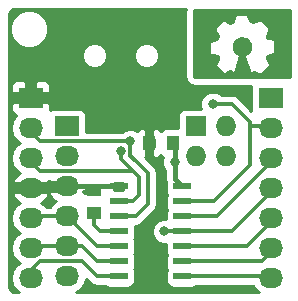
<source format=gbl>
G04 #@! TF.FileFunction,Copper,L2,Bot,Signal*
%FSLAX46Y46*%
G04 Gerber Fmt 4.6, Leading zero omitted, Abs format (unit mm)*
G04 Created by KiCad (PCBNEW (2015-10-02 BZR 6238, Git 845638f)-product) date 05/10/2015 16:09:44*
%MOMM*%
G01*
G04 APERTURE LIST*
%ADD10C,0.100000*%
%ADD11C,0.381000*%
%ADD12R,1.250000X1.000000*%
%ADD13R,1.727200X1.727200*%
%ADD14O,1.727200X1.727200*%
%ADD15R,2.032000X1.727200*%
%ADD16O,2.032000X1.727200*%
%ADD17R,1.500000X0.600000*%
%ADD18R,1.000000X1.250000*%
%ADD19C,0.812800*%
%ADD20C,0.304800*%
%ADD21C,0.250000*%
%ADD22C,0.254000*%
G04 APERTURE END LIST*
D10*
D11*
X103187000Y-72057000D02*
X103187000Y-77557000D01*
X99187000Y-75656440D02*
X99786440Y-77256640D01*
X99087940Y-75758040D02*
X98686620Y-77256640D01*
X99585780Y-75356720D02*
X98788220Y-75356720D01*
X98587560Y-75057000D02*
X99585780Y-75057000D01*
X99585780Y-74757280D02*
X98788220Y-74757280D01*
X103187500Y-77256640D02*
X101185980Y-77256640D01*
X101488240Y-76956920D02*
X103085900Y-76956920D01*
X103187500Y-76657200D02*
X101686360Y-76657200D01*
X101587300Y-76357480D02*
X103187500Y-76357480D01*
X103085900Y-76057760D02*
X101686360Y-76057760D01*
X101986080Y-75758040D02*
X103085900Y-75758040D01*
X103187500Y-75455780D02*
X102186740Y-75455780D01*
X102186740Y-75156060D02*
X103187500Y-75156060D01*
X103085900Y-74856340D02*
X102186740Y-74856340D01*
X102087680Y-74556620D02*
X103085900Y-74556620D01*
X103187500Y-74256900D02*
X101686360Y-74256900D01*
X101587300Y-73957180D02*
X103085900Y-73957180D01*
X103187500Y-73858120D02*
X101787960Y-73858120D01*
X101686360Y-73555860D02*
X103085900Y-73555860D01*
X103085900Y-73256140D02*
X101686360Y-73256140D01*
X101185980Y-72956420D02*
X102986840Y-72956420D01*
X103085900Y-72656700D02*
X100086160Y-72656700D01*
X99888040Y-72356980D02*
X103085900Y-72356980D01*
X98386900Y-72356980D02*
X95288100Y-72356980D01*
X95186500Y-72557640D02*
X98287840Y-72557640D01*
X97188020Y-72857360D02*
X95288100Y-72857360D01*
X95186500Y-73058020D02*
X96885760Y-73058020D01*
X96687640Y-73357740D02*
X95288100Y-73357740D01*
X95288100Y-73657460D02*
X96586040Y-73657460D01*
X96885760Y-73957180D02*
X95186500Y-73957180D01*
X95186500Y-74256900D02*
X96786700Y-74256900D01*
X96286320Y-74556620D02*
X95186500Y-74556620D01*
X95186500Y-74856340D02*
X96187260Y-74856340D01*
X96286320Y-75156060D02*
X95186500Y-75156060D01*
X95186500Y-75455780D02*
X96286320Y-75455780D01*
X96387920Y-75758040D02*
X95288100Y-75758040D01*
X95186500Y-76057760D02*
X96885760Y-76057760D01*
X96786700Y-76357480D02*
X95288100Y-76357480D01*
X96786700Y-76657200D02*
X95387160Y-76657200D01*
X95288100Y-76956920D02*
X96786700Y-76956920D01*
X97086420Y-77256640D02*
X95387160Y-77256640D01*
X99187000Y-76657200D02*
X98986340Y-77358240D01*
X99187000Y-76558140D02*
X99387660Y-77358240D01*
X103187500Y-77556360D02*
X95186500Y-77556360D01*
X99166680Y-75737720D02*
X99197160Y-76027280D01*
X99197160Y-76027280D02*
X98628200Y-77396340D01*
X98628200Y-77396340D02*
X98186240Y-77246480D01*
X98186240Y-77246480D02*
X98148140Y-77198220D01*
X98148140Y-77198220D02*
X97756980Y-77467460D01*
X97767140Y-77426820D02*
X97566480Y-77396340D01*
X97556320Y-77436980D02*
X96878140Y-76796900D01*
X96878140Y-76796900D02*
X96786700Y-76565760D01*
X96786700Y-76565760D02*
X97055940Y-76088240D01*
X97055940Y-76088240D02*
X97028000Y-75935840D01*
X97028000Y-75935840D02*
X96347280Y-75747880D01*
X96347280Y-75747880D02*
X96286320Y-74566780D01*
X96286320Y-74566780D02*
X96956880Y-74317860D01*
X96956880Y-74317860D02*
X97028000Y-74117200D01*
X97028000Y-74117200D02*
X96756220Y-73586340D01*
X96756220Y-73586340D02*
X96878140Y-73276460D01*
X96878140Y-73276460D02*
X97518220Y-72666860D01*
X97518220Y-72666860D02*
X97726500Y-72656700D01*
X97726500Y-72656700D02*
X98148140Y-72915780D01*
X98148140Y-72915780D02*
X98325940Y-72837040D01*
X98325940Y-72837040D02*
X98546920Y-72278240D01*
X98546920Y-72278240D02*
X98567240Y-72207120D01*
X98567240Y-72207120D02*
X99738180Y-72186800D01*
X99728020Y-72146160D02*
X99976940Y-72816720D01*
X99976940Y-72816720D02*
X100096320Y-72887840D01*
X100096320Y-72887840D02*
X100797360Y-72588120D01*
X100797360Y-72588120D02*
X101648260Y-73487280D01*
X101648260Y-73487280D02*
X101376480Y-74117200D01*
X101376480Y-74117200D02*
X101417120Y-74246740D01*
X101417120Y-74246740D02*
X101937820Y-74328020D01*
X101937820Y-74328020D02*
X102087680Y-74386440D01*
X102087680Y-74386440D02*
X102057200Y-75646280D01*
X102057200Y-75646280D02*
X101417120Y-75877420D01*
X101417120Y-75877420D02*
X101386640Y-75976480D01*
X101386640Y-75976480D02*
X101686360Y-76586080D01*
X101686360Y-76586080D02*
X100865940Y-77426820D01*
X100865940Y-77426820D02*
X100756720Y-77518260D01*
X100756720Y-77518260D02*
X100167440Y-77226160D01*
X100167440Y-77226160D02*
X99905820Y-77365860D01*
X99905820Y-77365860D02*
X99677220Y-77365860D01*
X99677220Y-77365860D02*
X99136200Y-75857100D01*
X99136200Y-75857100D02*
X99377500Y-75547220D01*
X99377500Y-75547220D02*
X99456240Y-75557380D01*
X99456240Y-75557380D02*
X99667060Y-75417680D01*
X99667060Y-75417680D02*
X99806760Y-75217020D01*
X99806760Y-75217020D02*
X99766120Y-74777600D01*
X99766120Y-74777600D02*
X99486720Y-74488040D01*
X99486720Y-74488040D02*
X99126040Y-74416920D01*
X99126040Y-74416920D02*
X98788220Y-74536300D01*
X98788220Y-74536300D02*
X98557080Y-74836020D01*
X98557080Y-74836020D02*
X98567240Y-75237340D01*
X98567240Y-75237340D02*
X98676460Y-75427840D01*
X98676460Y-75427840D02*
X99187000Y-75737720D01*
X103187500Y-72057260D02*
X95186500Y-72057260D01*
X95186500Y-72057260D02*
X95186500Y-77557000D01*
D12*
X86614000Y-89138000D03*
X86614000Y-87138000D03*
D13*
X95250000Y-81788000D03*
D14*
X97790000Y-81788000D03*
X95250000Y-84328000D03*
X97790000Y-84328000D03*
D15*
X101600000Y-79375000D03*
D16*
X101600000Y-81915000D03*
X101600000Y-84455000D03*
X101600000Y-86995000D03*
X101600000Y-89535000D03*
X101600000Y-92075000D03*
X101600000Y-94615000D03*
D15*
X81280000Y-79375000D03*
D16*
X81280000Y-81915000D03*
X81280000Y-84455000D03*
X81280000Y-86995000D03*
X81280000Y-89535000D03*
X81280000Y-92075000D03*
X81280000Y-94615000D03*
D17*
X94140000Y-86868000D03*
X94140000Y-88138000D03*
X94140000Y-89408000D03*
X94140000Y-90678000D03*
X94140000Y-91948000D03*
X94140000Y-93218000D03*
X94140000Y-94488000D03*
X88740000Y-94488000D03*
X88740000Y-93218000D03*
X88740000Y-91948000D03*
X88740000Y-90678000D03*
X88740000Y-89408000D03*
X88740000Y-88138000D03*
X88740000Y-86868000D03*
D15*
X84328000Y-81788000D03*
D16*
X84328000Y-84328000D03*
X84328000Y-86868000D03*
X84328000Y-89408000D03*
X84328000Y-91948000D03*
X84328000Y-94488000D03*
D18*
X93329000Y-83185000D03*
X91329000Y-83185000D03*
D19*
X92329000Y-89027000D03*
X91186000Y-92837000D03*
X89725500Y-83058000D03*
X88900000Y-83883500D03*
X93472000Y-84836000D03*
X92583000Y-90678000D03*
X96710500Y-79883000D03*
D20*
X92329000Y-89027000D02*
X91186000Y-90170000D01*
X91186000Y-90170000D02*
X91186000Y-92837000D01*
D21*
X86614000Y-87138000D02*
X86884000Y-86868000D01*
D20*
X86884000Y-86868000D02*
X88740000Y-86868000D01*
D11*
X88740000Y-86868000D02*
X84328000Y-86868000D01*
D21*
X80772000Y-86868000D02*
X84328000Y-86868000D01*
D20*
X86614000Y-89138000D02*
X86614000Y-90170000D01*
X87122000Y-90678000D02*
X88740000Y-90678000D01*
X86614000Y-90170000D02*
X87122000Y-90678000D01*
X89725500Y-84264500D02*
X89725500Y-83058000D01*
X89725500Y-83058000D02*
X89535000Y-83058000D01*
X80772000Y-81788000D02*
X82042000Y-83058000D01*
X82042000Y-83058000D02*
X85725000Y-83058000D01*
X89535000Y-83058000D02*
X85725000Y-83058000D01*
X91186000Y-88392000D02*
X91186000Y-85725000D01*
X91186000Y-85725000D02*
X90170000Y-84709000D01*
X90170000Y-89408000D02*
X88740000Y-89408000D01*
X90170000Y-89408000D02*
X91186000Y-88392000D01*
X89725500Y-84264500D02*
X90170000Y-84709000D01*
X88201500Y-85598000D02*
X89916000Y-85598000D01*
X89916000Y-85598000D02*
X88900000Y-84582000D01*
X88900000Y-84582000D02*
X88900000Y-83883500D01*
X89916000Y-88138000D02*
X90424000Y-87630000D01*
X90424000Y-87630000D02*
X90424000Y-86106000D01*
X90424000Y-86106000D02*
X89916000Y-85598000D01*
X88740000Y-88138000D02*
X89916000Y-88138000D01*
X82042000Y-85598000D02*
X87630000Y-85598000D01*
X88265000Y-85598000D02*
X88201500Y-85598000D01*
X88201500Y-85598000D02*
X87630000Y-85598000D01*
X82042000Y-85598000D02*
X80772000Y-84328000D01*
D11*
X93472000Y-84836000D02*
X93472000Y-83709000D01*
D20*
X93472000Y-83709000D02*
X93329000Y-83185000D01*
D11*
X94140000Y-86868000D02*
X93472000Y-86200000D01*
X93472000Y-86200000D02*
X93472000Y-84836000D01*
D20*
X93980000Y-86708000D02*
X94140000Y-86868000D01*
X87376000Y-91948000D02*
X86868000Y-91948000D01*
X88740000Y-91948000D02*
X87376000Y-91948000D01*
X86868000Y-91948000D02*
X84328000Y-89408000D01*
X84328000Y-89408000D02*
X84582000Y-89408000D01*
X80772000Y-89408000D02*
X84328000Y-89408000D01*
X88740000Y-93218000D02*
X86868000Y-93218000D01*
X85598000Y-91948000D02*
X84328000Y-91948000D01*
X86868000Y-93218000D02*
X85598000Y-91948000D01*
X80772000Y-91948000D02*
X84328000Y-91948000D01*
X94140000Y-89408000D02*
X97028000Y-89408000D01*
X97028000Y-89408000D02*
X102108000Y-84328000D01*
X92583000Y-90678000D02*
X94140000Y-90678000D01*
X94140000Y-90678000D02*
X98298000Y-90678000D01*
X98298000Y-90678000D02*
X102108000Y-86868000D01*
X94140000Y-91948000D02*
X99568000Y-91948000D01*
X99568000Y-91948000D02*
X102108000Y-89408000D01*
X94140000Y-93218000D02*
X100838000Y-93218000D01*
X100838000Y-93218000D02*
X102108000Y-91948000D01*
X94140000Y-94488000D02*
X102108000Y-94488000D01*
X88740000Y-94488000D02*
X86868000Y-94488000D01*
X82042000Y-93218000D02*
X80772000Y-94488000D01*
X85598000Y-93218000D02*
X82042000Y-93218000D01*
X86868000Y-94488000D02*
X85598000Y-93218000D01*
X99822000Y-81788000D02*
X100584000Y-81788000D01*
X100584000Y-81788000D02*
X102108000Y-81788000D01*
X99822000Y-82550000D02*
X99822000Y-81788000D01*
X99822000Y-81788000D02*
X99822000Y-81407000D01*
X99822000Y-81407000D02*
X98298000Y-79883000D01*
X98298000Y-79883000D02*
X96710500Y-79883000D01*
X94140000Y-88138000D02*
X96774000Y-88138000D01*
X96774000Y-88138000D02*
X99822000Y-85090000D01*
X99822000Y-85090000D02*
X99822000Y-82550000D01*
D22*
G36*
X94361000Y-72057260D02*
X94361000Y-77557000D01*
X94423837Y-77872905D01*
X94602783Y-78140717D01*
X94870595Y-78319663D01*
X95186500Y-78382500D01*
X95189718Y-78381860D01*
X99962793Y-78381860D01*
X99936560Y-78511400D01*
X99936560Y-80238600D01*
X99975824Y-80447272D01*
X98854776Y-79326224D01*
X98599325Y-79155537D01*
X98298000Y-79095600D01*
X97395952Y-79095600D01*
X97301176Y-79000659D01*
X96918556Y-78841781D01*
X96504262Y-78841420D01*
X96121365Y-78999629D01*
X95828159Y-79292324D01*
X95669281Y-79674944D01*
X95668920Y-80089238D01*
X95746485Y-80276960D01*
X94386400Y-80276960D01*
X94151083Y-80321238D01*
X93934959Y-80460310D01*
X93789969Y-80672510D01*
X93738960Y-80924400D01*
X93738960Y-81912560D01*
X92829000Y-81912560D01*
X92593683Y-81956838D01*
X92377559Y-82095910D01*
X92331031Y-82164006D01*
X92188698Y-82021673D01*
X91955309Y-81925000D01*
X91737750Y-81925000D01*
X91579000Y-82083750D01*
X91579000Y-82872500D01*
X91730000Y-82872500D01*
X91730000Y-83497500D01*
X91579000Y-83497500D01*
X91579000Y-84286250D01*
X91737750Y-84445000D01*
X91955309Y-84445000D01*
X92188698Y-84348327D01*
X92329936Y-84207090D01*
X92364910Y-84261441D01*
X92534773Y-84377503D01*
X92430781Y-84627944D01*
X92430420Y-85042238D01*
X92588629Y-85425135D01*
X92646500Y-85483107D01*
X92646500Y-86200000D01*
X92709337Y-86515906D01*
X92742929Y-86566179D01*
X92742560Y-86568000D01*
X92742560Y-87168000D01*
X92786838Y-87403317D01*
X92850678Y-87502528D01*
X92793569Y-87586110D01*
X92742560Y-87838000D01*
X92742560Y-88438000D01*
X92786838Y-88673317D01*
X92850678Y-88772528D01*
X92793569Y-88856110D01*
X92742560Y-89108000D01*
X92742560Y-89636739D01*
X92376762Y-89636420D01*
X91993865Y-89794629D01*
X91700659Y-90087324D01*
X91541781Y-90469944D01*
X91541420Y-90884238D01*
X91699629Y-91267135D01*
X91992324Y-91560341D01*
X92374944Y-91719219D01*
X92742560Y-91719539D01*
X92742560Y-92248000D01*
X92786838Y-92483317D01*
X92850678Y-92582528D01*
X92793569Y-92666110D01*
X92742560Y-92918000D01*
X92742560Y-93518000D01*
X92786838Y-93753317D01*
X92850678Y-93852528D01*
X92793569Y-93936110D01*
X92742560Y-94188000D01*
X92742560Y-94788000D01*
X92786838Y-95023317D01*
X92925910Y-95239441D01*
X93138110Y-95384431D01*
X93390000Y-95435440D01*
X94890000Y-95435440D01*
X95125317Y-95391162D01*
X95305216Y-95275400D01*
X100088801Y-95275400D01*
X100355585Y-95674670D01*
X100595536Y-95835000D01*
X85142396Y-95835000D01*
X85572415Y-95547670D01*
X85897271Y-95061489D01*
X85968723Y-94702275D01*
X86311224Y-95044776D01*
X86566675Y-95215463D01*
X86868000Y-95275400D01*
X87578538Y-95275400D01*
X87738110Y-95384431D01*
X87990000Y-95435440D01*
X89490000Y-95435440D01*
X89725317Y-95391162D01*
X89941441Y-95252090D01*
X90086431Y-95039890D01*
X90137440Y-94788000D01*
X90137440Y-94188000D01*
X90093162Y-93952683D01*
X90029322Y-93853472D01*
X90086431Y-93769890D01*
X90137440Y-93518000D01*
X90137440Y-92918000D01*
X90093162Y-92682683D01*
X90029322Y-92583472D01*
X90086431Y-92499890D01*
X90137440Y-92248000D01*
X90137440Y-91648000D01*
X90093162Y-91412683D01*
X90029322Y-91313472D01*
X90086431Y-91229890D01*
X90137440Y-90978000D01*
X90137440Y-90378000D01*
X90103081Y-90195400D01*
X90170000Y-90195400D01*
X90471325Y-90135463D01*
X90726776Y-89964776D01*
X91742776Y-88948776D01*
X91913463Y-88693325D01*
X91973400Y-88392000D01*
X91973400Y-85725000D01*
X91913463Y-85423675D01*
X91742776Y-85168224D01*
X90969901Y-84395349D01*
X91079000Y-84286250D01*
X91079000Y-83497500D01*
X90928000Y-83497500D01*
X90928000Y-82872500D01*
X91079000Y-82872500D01*
X91079000Y-82083750D01*
X90920250Y-81925000D01*
X90702691Y-81925000D01*
X90469302Y-82021673D01*
X90315568Y-82175406D01*
X89933556Y-82016781D01*
X89519262Y-82016420D01*
X89136365Y-82174629D01*
X89040226Y-82270600D01*
X85991440Y-82270600D01*
X85991440Y-80924400D01*
X85947162Y-80689083D01*
X85808090Y-80472959D01*
X85595890Y-80327969D01*
X85344000Y-80276960D01*
X83312000Y-80276960D01*
X83076683Y-80321238D01*
X82902722Y-80433179D01*
X82931000Y-80364910D01*
X82931000Y-79914750D01*
X82772250Y-79756000D01*
X81661000Y-79756000D01*
X81661000Y-79776000D01*
X80899000Y-79776000D01*
X80899000Y-79756000D01*
X79787750Y-79756000D01*
X79629000Y-79914750D01*
X79629000Y-80364910D01*
X79725673Y-80598299D01*
X79904302Y-80776927D01*
X80057780Y-80840500D01*
X80035585Y-80855330D01*
X79710729Y-81341511D01*
X79596655Y-81915000D01*
X79710729Y-82488489D01*
X80035585Y-82974670D01*
X80350366Y-83185000D01*
X80035585Y-83395330D01*
X79710729Y-83881511D01*
X79596655Y-84455000D01*
X79710729Y-85028489D01*
X80035585Y-85514670D01*
X80377750Y-85743297D01*
X80164995Y-85861684D01*
X79804568Y-86316326D01*
X79755687Y-86391961D01*
X79843062Y-86614000D01*
X80899000Y-86614000D01*
X80899000Y-86594000D01*
X81661000Y-86594000D01*
X81661000Y-86614000D01*
X82716938Y-86614000D01*
X82804313Y-86391961D01*
X82800073Y-86385400D01*
X82851081Y-86385400D01*
X82891062Y-86487000D01*
X83947000Y-86487000D01*
X83947000Y-86467000D01*
X84709000Y-86467000D01*
X84709000Y-86487000D01*
X84729000Y-86487000D01*
X84729000Y-87249000D01*
X84709000Y-87249000D01*
X84709000Y-87269000D01*
X83947000Y-87269000D01*
X83947000Y-87249000D01*
X82891062Y-87249000D01*
X82803687Y-87471039D01*
X82852568Y-87546674D01*
X83212995Y-88001316D01*
X83425750Y-88119703D01*
X83083585Y-88348330D01*
X82901660Y-88620600D01*
X82621481Y-88620600D01*
X82524415Y-88475330D01*
X82182250Y-88246703D01*
X82395005Y-88128316D01*
X82755432Y-87673674D01*
X82804313Y-87598039D01*
X82716938Y-87376000D01*
X81661000Y-87376000D01*
X81661000Y-87396000D01*
X80899000Y-87396000D01*
X80899000Y-87376000D01*
X79843062Y-87376000D01*
X79755687Y-87598039D01*
X79804568Y-87673674D01*
X80164995Y-88128316D01*
X80377750Y-88246703D01*
X80035585Y-88475330D01*
X79710729Y-88961511D01*
X79596655Y-89535000D01*
X79710729Y-90108489D01*
X80035585Y-90594670D01*
X80350366Y-90805000D01*
X80035585Y-91015330D01*
X79710729Y-91501511D01*
X79596655Y-92075000D01*
X79710729Y-92648489D01*
X80035585Y-93134670D01*
X80350366Y-93345000D01*
X80035585Y-93555330D01*
X79710729Y-94041511D01*
X79596655Y-94615000D01*
X79710729Y-95188489D01*
X80035585Y-95674670D01*
X80275536Y-95835000D01*
X80077466Y-95835000D01*
X79791265Y-95778071D01*
X79605832Y-95654168D01*
X79481929Y-95468735D01*
X79425000Y-95182533D01*
X79425000Y-78385090D01*
X79629000Y-78385090D01*
X79629000Y-78835250D01*
X79787750Y-78994000D01*
X80899000Y-78994000D01*
X80899000Y-78035150D01*
X81661000Y-78035150D01*
X81661000Y-78994000D01*
X82772250Y-78994000D01*
X82931000Y-78835250D01*
X82931000Y-78385090D01*
X82834327Y-78151701D01*
X82655698Y-77973073D01*
X82422309Y-77876400D01*
X81819750Y-77876400D01*
X81661000Y-78035150D01*
X80899000Y-78035150D01*
X80740250Y-77876400D01*
X80137691Y-77876400D01*
X79904302Y-77973073D01*
X79725673Y-78151701D01*
X79629000Y-78385090D01*
X79425000Y-78385090D01*
X79425000Y-75995690D01*
X85615592Y-75995690D01*
X85780362Y-76394463D01*
X86085193Y-76699826D01*
X86483677Y-76865291D01*
X86915150Y-76865668D01*
X87313923Y-76700898D01*
X87619286Y-76396067D01*
X87784751Y-75997583D01*
X87784752Y-75995690D01*
X90014872Y-75995690D01*
X90179642Y-76394463D01*
X90484473Y-76699826D01*
X90882957Y-76865291D01*
X91314430Y-76865668D01*
X91713203Y-76700898D01*
X92018566Y-76396067D01*
X92184031Y-75997583D01*
X92184408Y-75566110D01*
X92019638Y-75167337D01*
X91714807Y-74861974D01*
X91316323Y-74696509D01*
X90884850Y-74696132D01*
X90486077Y-74860902D01*
X90180714Y-75165733D01*
X90015249Y-75564217D01*
X90014872Y-75995690D01*
X87784752Y-75995690D01*
X87785128Y-75566110D01*
X87620358Y-75167337D01*
X87315527Y-74861974D01*
X86917043Y-74696509D01*
X86485570Y-74696132D01*
X86086797Y-74860902D01*
X85781434Y-75165733D01*
X85615969Y-75564217D01*
X85615592Y-75995690D01*
X79425000Y-75995690D01*
X79425000Y-73856795D01*
X79517716Y-73856795D01*
X79766106Y-74457943D01*
X80225637Y-74918278D01*
X80826352Y-75167716D01*
X81476795Y-75168284D01*
X82077943Y-74919894D01*
X82538278Y-74460363D01*
X82787716Y-73859648D01*
X82788284Y-73209205D01*
X82539894Y-72608057D01*
X82080363Y-72147722D01*
X81479648Y-71898284D01*
X80829205Y-71897716D01*
X80228057Y-72146106D01*
X79767722Y-72605637D01*
X79518284Y-73206352D01*
X79517716Y-73856795D01*
X79425000Y-73856795D01*
X79425000Y-72457467D01*
X79481929Y-72171265D01*
X79605832Y-71985832D01*
X79791265Y-71861929D01*
X80077466Y-71805000D01*
X94411177Y-71805000D01*
X94361000Y-72057260D01*
X94361000Y-72057260D01*
G37*
X94361000Y-72057260D02*
X94361000Y-77557000D01*
X94423837Y-77872905D01*
X94602783Y-78140717D01*
X94870595Y-78319663D01*
X95186500Y-78382500D01*
X95189718Y-78381860D01*
X99962793Y-78381860D01*
X99936560Y-78511400D01*
X99936560Y-80238600D01*
X99975824Y-80447272D01*
X98854776Y-79326224D01*
X98599325Y-79155537D01*
X98298000Y-79095600D01*
X97395952Y-79095600D01*
X97301176Y-79000659D01*
X96918556Y-78841781D01*
X96504262Y-78841420D01*
X96121365Y-78999629D01*
X95828159Y-79292324D01*
X95669281Y-79674944D01*
X95668920Y-80089238D01*
X95746485Y-80276960D01*
X94386400Y-80276960D01*
X94151083Y-80321238D01*
X93934959Y-80460310D01*
X93789969Y-80672510D01*
X93738960Y-80924400D01*
X93738960Y-81912560D01*
X92829000Y-81912560D01*
X92593683Y-81956838D01*
X92377559Y-82095910D01*
X92331031Y-82164006D01*
X92188698Y-82021673D01*
X91955309Y-81925000D01*
X91737750Y-81925000D01*
X91579000Y-82083750D01*
X91579000Y-82872500D01*
X91730000Y-82872500D01*
X91730000Y-83497500D01*
X91579000Y-83497500D01*
X91579000Y-84286250D01*
X91737750Y-84445000D01*
X91955309Y-84445000D01*
X92188698Y-84348327D01*
X92329936Y-84207090D01*
X92364910Y-84261441D01*
X92534773Y-84377503D01*
X92430781Y-84627944D01*
X92430420Y-85042238D01*
X92588629Y-85425135D01*
X92646500Y-85483107D01*
X92646500Y-86200000D01*
X92709337Y-86515906D01*
X92742929Y-86566179D01*
X92742560Y-86568000D01*
X92742560Y-87168000D01*
X92786838Y-87403317D01*
X92850678Y-87502528D01*
X92793569Y-87586110D01*
X92742560Y-87838000D01*
X92742560Y-88438000D01*
X92786838Y-88673317D01*
X92850678Y-88772528D01*
X92793569Y-88856110D01*
X92742560Y-89108000D01*
X92742560Y-89636739D01*
X92376762Y-89636420D01*
X91993865Y-89794629D01*
X91700659Y-90087324D01*
X91541781Y-90469944D01*
X91541420Y-90884238D01*
X91699629Y-91267135D01*
X91992324Y-91560341D01*
X92374944Y-91719219D01*
X92742560Y-91719539D01*
X92742560Y-92248000D01*
X92786838Y-92483317D01*
X92850678Y-92582528D01*
X92793569Y-92666110D01*
X92742560Y-92918000D01*
X92742560Y-93518000D01*
X92786838Y-93753317D01*
X92850678Y-93852528D01*
X92793569Y-93936110D01*
X92742560Y-94188000D01*
X92742560Y-94788000D01*
X92786838Y-95023317D01*
X92925910Y-95239441D01*
X93138110Y-95384431D01*
X93390000Y-95435440D01*
X94890000Y-95435440D01*
X95125317Y-95391162D01*
X95305216Y-95275400D01*
X100088801Y-95275400D01*
X100355585Y-95674670D01*
X100595536Y-95835000D01*
X85142396Y-95835000D01*
X85572415Y-95547670D01*
X85897271Y-95061489D01*
X85968723Y-94702275D01*
X86311224Y-95044776D01*
X86566675Y-95215463D01*
X86868000Y-95275400D01*
X87578538Y-95275400D01*
X87738110Y-95384431D01*
X87990000Y-95435440D01*
X89490000Y-95435440D01*
X89725317Y-95391162D01*
X89941441Y-95252090D01*
X90086431Y-95039890D01*
X90137440Y-94788000D01*
X90137440Y-94188000D01*
X90093162Y-93952683D01*
X90029322Y-93853472D01*
X90086431Y-93769890D01*
X90137440Y-93518000D01*
X90137440Y-92918000D01*
X90093162Y-92682683D01*
X90029322Y-92583472D01*
X90086431Y-92499890D01*
X90137440Y-92248000D01*
X90137440Y-91648000D01*
X90093162Y-91412683D01*
X90029322Y-91313472D01*
X90086431Y-91229890D01*
X90137440Y-90978000D01*
X90137440Y-90378000D01*
X90103081Y-90195400D01*
X90170000Y-90195400D01*
X90471325Y-90135463D01*
X90726776Y-89964776D01*
X91742776Y-88948776D01*
X91913463Y-88693325D01*
X91973400Y-88392000D01*
X91973400Y-85725000D01*
X91913463Y-85423675D01*
X91742776Y-85168224D01*
X90969901Y-84395349D01*
X91079000Y-84286250D01*
X91079000Y-83497500D01*
X90928000Y-83497500D01*
X90928000Y-82872500D01*
X91079000Y-82872500D01*
X91079000Y-82083750D01*
X90920250Y-81925000D01*
X90702691Y-81925000D01*
X90469302Y-82021673D01*
X90315568Y-82175406D01*
X89933556Y-82016781D01*
X89519262Y-82016420D01*
X89136365Y-82174629D01*
X89040226Y-82270600D01*
X85991440Y-82270600D01*
X85991440Y-80924400D01*
X85947162Y-80689083D01*
X85808090Y-80472959D01*
X85595890Y-80327969D01*
X85344000Y-80276960D01*
X83312000Y-80276960D01*
X83076683Y-80321238D01*
X82902722Y-80433179D01*
X82931000Y-80364910D01*
X82931000Y-79914750D01*
X82772250Y-79756000D01*
X81661000Y-79756000D01*
X81661000Y-79776000D01*
X80899000Y-79776000D01*
X80899000Y-79756000D01*
X79787750Y-79756000D01*
X79629000Y-79914750D01*
X79629000Y-80364910D01*
X79725673Y-80598299D01*
X79904302Y-80776927D01*
X80057780Y-80840500D01*
X80035585Y-80855330D01*
X79710729Y-81341511D01*
X79596655Y-81915000D01*
X79710729Y-82488489D01*
X80035585Y-82974670D01*
X80350366Y-83185000D01*
X80035585Y-83395330D01*
X79710729Y-83881511D01*
X79596655Y-84455000D01*
X79710729Y-85028489D01*
X80035585Y-85514670D01*
X80377750Y-85743297D01*
X80164995Y-85861684D01*
X79804568Y-86316326D01*
X79755687Y-86391961D01*
X79843062Y-86614000D01*
X80899000Y-86614000D01*
X80899000Y-86594000D01*
X81661000Y-86594000D01*
X81661000Y-86614000D01*
X82716938Y-86614000D01*
X82804313Y-86391961D01*
X82800073Y-86385400D01*
X82851081Y-86385400D01*
X82891062Y-86487000D01*
X83947000Y-86487000D01*
X83947000Y-86467000D01*
X84709000Y-86467000D01*
X84709000Y-86487000D01*
X84729000Y-86487000D01*
X84729000Y-87249000D01*
X84709000Y-87249000D01*
X84709000Y-87269000D01*
X83947000Y-87269000D01*
X83947000Y-87249000D01*
X82891062Y-87249000D01*
X82803687Y-87471039D01*
X82852568Y-87546674D01*
X83212995Y-88001316D01*
X83425750Y-88119703D01*
X83083585Y-88348330D01*
X82901660Y-88620600D01*
X82621481Y-88620600D01*
X82524415Y-88475330D01*
X82182250Y-88246703D01*
X82395005Y-88128316D01*
X82755432Y-87673674D01*
X82804313Y-87598039D01*
X82716938Y-87376000D01*
X81661000Y-87376000D01*
X81661000Y-87396000D01*
X80899000Y-87396000D01*
X80899000Y-87376000D01*
X79843062Y-87376000D01*
X79755687Y-87598039D01*
X79804568Y-87673674D01*
X80164995Y-88128316D01*
X80377750Y-88246703D01*
X80035585Y-88475330D01*
X79710729Y-88961511D01*
X79596655Y-89535000D01*
X79710729Y-90108489D01*
X80035585Y-90594670D01*
X80350366Y-90805000D01*
X80035585Y-91015330D01*
X79710729Y-91501511D01*
X79596655Y-92075000D01*
X79710729Y-92648489D01*
X80035585Y-93134670D01*
X80350366Y-93345000D01*
X80035585Y-93555330D01*
X79710729Y-94041511D01*
X79596655Y-94615000D01*
X79710729Y-95188489D01*
X80035585Y-95674670D01*
X80275536Y-95835000D01*
X80077466Y-95835000D01*
X79791265Y-95778071D01*
X79605832Y-95654168D01*
X79481929Y-95468735D01*
X79425000Y-95182533D01*
X79425000Y-78385090D01*
X79629000Y-78385090D01*
X79629000Y-78835250D01*
X79787750Y-78994000D01*
X80899000Y-78994000D01*
X80899000Y-78035150D01*
X81661000Y-78035150D01*
X81661000Y-78994000D01*
X82772250Y-78994000D01*
X82931000Y-78835250D01*
X82931000Y-78385090D01*
X82834327Y-78151701D01*
X82655698Y-77973073D01*
X82422309Y-77876400D01*
X81819750Y-77876400D01*
X81661000Y-78035150D01*
X80899000Y-78035150D01*
X80740250Y-77876400D01*
X80137691Y-77876400D01*
X79904302Y-77973073D01*
X79725673Y-78151701D01*
X79629000Y-78385090D01*
X79425000Y-78385090D01*
X79425000Y-75995690D01*
X85615592Y-75995690D01*
X85780362Y-76394463D01*
X86085193Y-76699826D01*
X86483677Y-76865291D01*
X86915150Y-76865668D01*
X87313923Y-76700898D01*
X87619286Y-76396067D01*
X87784751Y-75997583D01*
X87784752Y-75995690D01*
X90014872Y-75995690D01*
X90179642Y-76394463D01*
X90484473Y-76699826D01*
X90882957Y-76865291D01*
X91314430Y-76865668D01*
X91713203Y-76700898D01*
X92018566Y-76396067D01*
X92184031Y-75997583D01*
X92184408Y-75566110D01*
X92019638Y-75167337D01*
X91714807Y-74861974D01*
X91316323Y-74696509D01*
X90884850Y-74696132D01*
X90486077Y-74860902D01*
X90180714Y-75165733D01*
X90015249Y-75564217D01*
X90014872Y-75995690D01*
X87784752Y-75995690D01*
X87785128Y-75566110D01*
X87620358Y-75167337D01*
X87315527Y-74861974D01*
X86917043Y-74696509D01*
X86485570Y-74696132D01*
X86086797Y-74860902D01*
X85781434Y-75165733D01*
X85615969Y-75564217D01*
X85615592Y-75995690D01*
X79425000Y-75995690D01*
X79425000Y-73856795D01*
X79517716Y-73856795D01*
X79766106Y-74457943D01*
X80225637Y-74918278D01*
X80826352Y-75167716D01*
X81476795Y-75168284D01*
X82077943Y-74919894D01*
X82538278Y-74460363D01*
X82787716Y-73859648D01*
X82788284Y-73209205D01*
X82539894Y-72608057D01*
X82080363Y-72147722D01*
X81479648Y-71898284D01*
X80829205Y-71897716D01*
X80228057Y-72146106D01*
X79767722Y-72605637D01*
X79518284Y-73206352D01*
X79517716Y-73856795D01*
X79425000Y-73856795D01*
X79425000Y-72457467D01*
X79481929Y-72171265D01*
X79605832Y-71985832D01*
X79791265Y-71861929D01*
X80077466Y-71805000D01*
X94411177Y-71805000D01*
X94361000Y-72057260D01*
G36*
X86926500Y-86888000D02*
X87015000Y-86888000D01*
X87015000Y-87388000D01*
X86926500Y-87388000D01*
X86926500Y-87539000D01*
X86301500Y-87539000D01*
X86301500Y-87388000D01*
X85819636Y-87388000D01*
X85764939Y-87249002D01*
X85979000Y-87249002D01*
X85979000Y-86888000D01*
X86301500Y-86888000D01*
X86301500Y-86737000D01*
X86926500Y-86737000D01*
X86926500Y-86888000D01*
X86926500Y-86888000D01*
G37*
X86926500Y-86888000D02*
X87015000Y-86888000D01*
X87015000Y-87388000D01*
X86926500Y-87388000D01*
X86926500Y-87539000D01*
X86301500Y-87539000D01*
X86301500Y-87388000D01*
X85819636Y-87388000D01*
X85764939Y-87249002D01*
X85979000Y-87249002D01*
X85979000Y-86888000D01*
X86301500Y-86888000D01*
X86301500Y-86737000D01*
X86926500Y-86737000D01*
X86926500Y-86888000D01*
G36*
X89115000Y-86718000D02*
X89141000Y-86718000D01*
X89141000Y-87018000D01*
X89115000Y-87018000D01*
X89115000Y-87168000D01*
X88365000Y-87168000D01*
X88365000Y-87018000D01*
X88339000Y-87018000D01*
X88339000Y-86718000D01*
X88365000Y-86718000D01*
X88365000Y-86568000D01*
X89115000Y-86568000D01*
X89115000Y-86718000D01*
X89115000Y-86718000D01*
G37*
X89115000Y-86718000D02*
X89141000Y-86718000D01*
X89141000Y-87018000D01*
X89115000Y-87018000D01*
X89115000Y-87168000D01*
X88365000Y-87168000D01*
X88365000Y-87018000D01*
X88339000Y-87018000D01*
X88339000Y-86718000D01*
X88365000Y-86718000D01*
X88365000Y-86568000D01*
X89115000Y-86568000D01*
X89115000Y-86718000D01*
M02*

</source>
